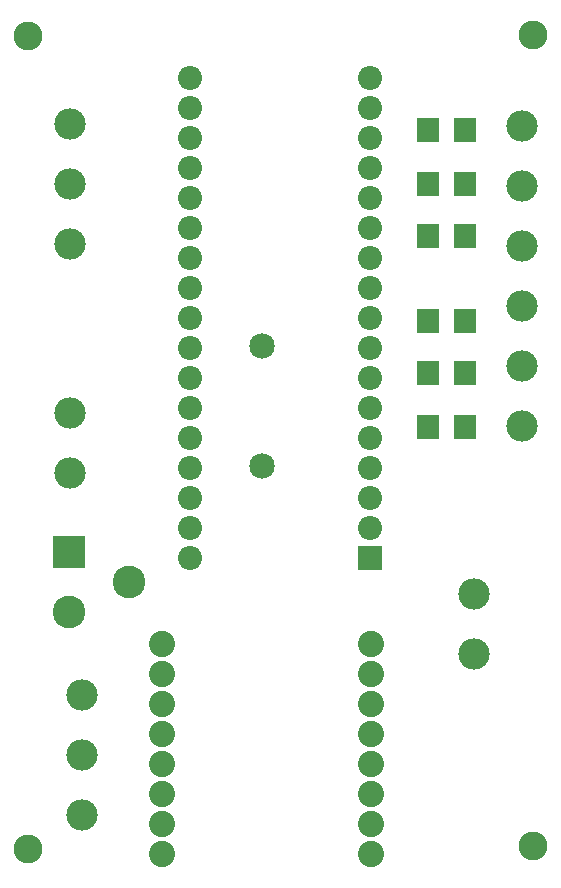
<source format=gts>
G04 MADE WITH FRITZING*
G04 WWW.FRITZING.ORG*
G04 DOUBLE SIDED*
G04 HOLES PLATED*
G04 CONTOUR ON CENTER OF CONTOUR VECTOR*
%ASAXBY*%
%FSLAX23Y23*%
%MOIN*%
%OFA0B0*%
%SFA1.0B1.0*%
%ADD10C,0.104488*%
%ADD11C,0.085000*%
%ADD12C,0.096614*%
%ADD13C,0.087701*%
%ADD14C,0.080555*%
%ADD15C,0.080583*%
%ADD16C,0.109000*%
%ADD17R,0.080570X0.080542*%
%ADD18R,0.109000X0.109000*%
%ADD19R,0.072992X0.084803*%
%LNMASK1*%
G90*
G70*
G54D10*
X289Y612D03*
X289Y412D03*
X289Y212D03*
X1596Y948D03*
X1596Y748D03*
G54D11*
X892Y1776D03*
X892Y1376D03*
G54D12*
X1794Y108D03*
X1793Y2813D03*
X110Y2810D03*
X110Y101D03*
G54D13*
X556Y784D03*
X556Y684D03*
X556Y584D03*
X556Y484D03*
X556Y384D03*
X556Y284D03*
X556Y184D03*
X556Y84D03*
X1255Y784D03*
X1255Y684D03*
X1255Y584D03*
X1255Y484D03*
X1255Y384D03*
X1255Y284D03*
X1255Y184D03*
X1255Y84D03*
G54D14*
X1249Y1070D03*
X1249Y1170D03*
X1249Y1270D03*
X1249Y1370D03*
X1249Y1470D03*
X1249Y1570D03*
X1249Y1670D03*
X1249Y1770D03*
X1249Y1870D03*
G54D15*
X1249Y1970D03*
X1249Y2070D03*
X1249Y2170D03*
G54D14*
X1249Y2270D03*
X1249Y2370D03*
G54D15*
X1249Y2470D03*
X1249Y2570D03*
X1249Y2670D03*
G54D14*
X649Y1070D03*
X649Y1170D03*
X649Y1270D03*
X649Y1370D03*
X649Y1470D03*
X649Y1570D03*
X649Y1870D03*
G54D15*
X649Y1970D03*
G54D14*
X649Y1770D03*
X649Y1670D03*
G54D15*
X649Y2070D03*
X649Y2170D03*
G54D14*
X649Y2270D03*
X649Y2370D03*
G54D15*
X649Y2470D03*
X649Y2570D03*
X649Y2670D03*
G54D16*
X248Y888D03*
X248Y1088D03*
X448Y988D03*
G54D10*
X251Y2517D03*
X251Y2317D03*
X251Y2117D03*
X250Y1553D03*
X250Y1353D03*
X1756Y2508D03*
X1756Y2308D03*
X1756Y2108D03*
X1756Y1908D03*
X1756Y1708D03*
X1756Y1508D03*
G54D17*
X1249Y1070D03*
G54D18*
X248Y1088D03*
G54D19*
X1445Y1859D03*
X1567Y1859D03*
X1445Y2497D03*
X1567Y2497D03*
X1445Y1686D03*
X1567Y1686D03*
X1445Y2317D03*
X1567Y2317D03*
X1445Y1505D03*
X1567Y1505D03*
X1445Y2142D03*
X1567Y2142D03*
G04 End of Mask1*
M02*
</source>
